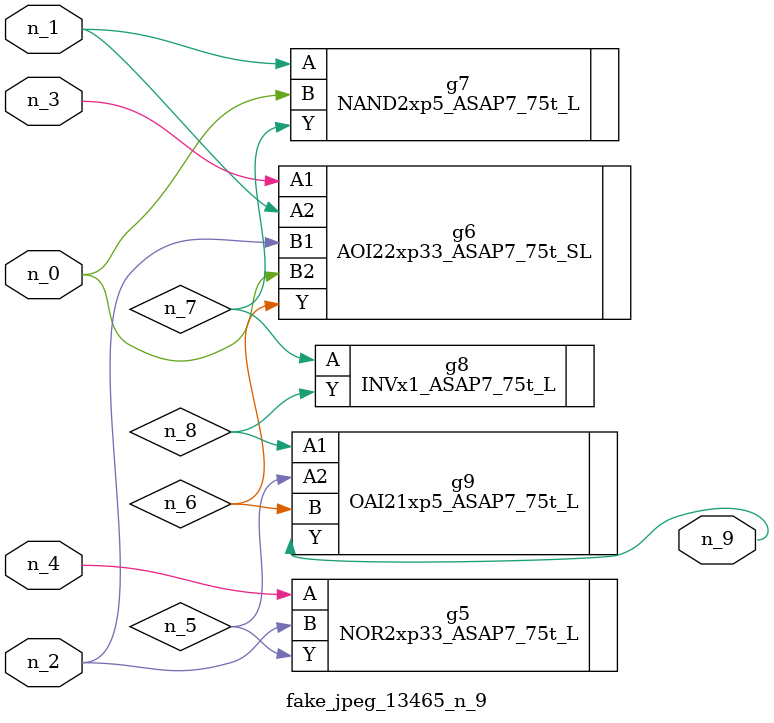
<source format=v>
module fake_jpeg_13465_n_9 (n_3, n_2, n_1, n_0, n_4, n_9);

input n_3;
input n_2;
input n_1;
input n_0;
input n_4;

output n_9;

wire n_8;
wire n_6;
wire n_5;
wire n_7;

NOR2xp33_ASAP7_75t_L g5 ( 
.A(n_4),
.B(n_2),
.Y(n_5)
);

AOI22xp33_ASAP7_75t_SL g6 ( 
.A1(n_3),
.A2(n_1),
.B1(n_2),
.B2(n_0),
.Y(n_6)
);

NAND2xp5_ASAP7_75t_L g7 ( 
.A(n_1),
.B(n_0),
.Y(n_7)
);

INVx1_ASAP7_75t_L g8 ( 
.A(n_7),
.Y(n_8)
);

OAI21xp5_ASAP7_75t_L g9 ( 
.A1(n_8),
.A2(n_5),
.B(n_6),
.Y(n_9)
);


endmodule
</source>
